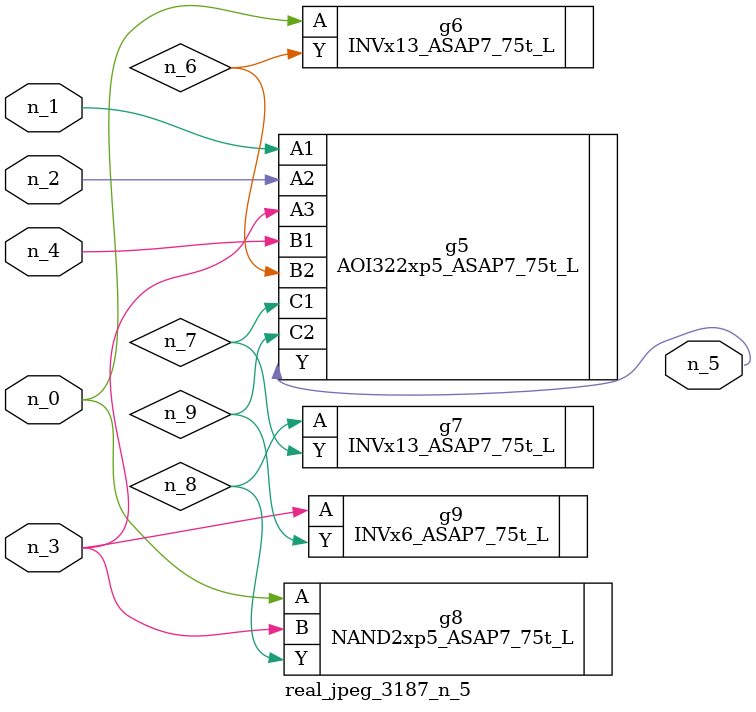
<source format=v>
module real_jpeg_3187_n_5 (n_4, n_0, n_1, n_2, n_3, n_5);

input n_4;
input n_0;
input n_1;
input n_2;
input n_3;

output n_5;

wire n_8;
wire n_6;
wire n_7;
wire n_9;

INVx13_ASAP7_75t_L g6 ( 
.A(n_0),
.Y(n_6)
);

NAND2xp5_ASAP7_75t_L g8 ( 
.A(n_0),
.B(n_3),
.Y(n_8)
);

AOI322xp5_ASAP7_75t_L g5 ( 
.A1(n_1),
.A2(n_2),
.A3(n_3),
.B1(n_4),
.B2(n_6),
.C1(n_7),
.C2(n_9),
.Y(n_5)
);

INVx6_ASAP7_75t_L g9 ( 
.A(n_3),
.Y(n_9)
);

INVx13_ASAP7_75t_L g7 ( 
.A(n_8),
.Y(n_7)
);


endmodule
</source>
